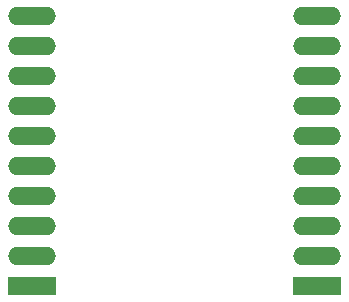
<source format=gtp>
G04 (created by PCBNEW-RS274X (2012-01-19 BZR 3256)-stable) date 20/09/2012 17:26:11*
G01*
G70*
G90*
%MOIN*%
G04 Gerber Fmt 3.4, Leading zero omitted, Abs format*
%FSLAX34Y34*%
G04 APERTURE LIST*
%ADD10C,0.006000*%
%ADD11R,0.160000X0.060000*%
%ADD12O,0.160000X0.060000*%
G04 APERTURE END LIST*
G54D10*
G54D11*
X85000Y-64500D03*
G54D12*
X85000Y-63500D03*
X85000Y-62500D03*
X85000Y-61500D03*
X85000Y-60500D03*
X85000Y-59500D03*
X85000Y-58500D03*
X85000Y-57500D03*
X85000Y-56500D03*
X85000Y-55500D03*
G54D11*
X94500Y-64500D03*
G54D12*
X94500Y-63500D03*
X94500Y-62500D03*
X94500Y-61500D03*
X94500Y-60500D03*
X94500Y-59500D03*
X94500Y-58500D03*
X94500Y-57500D03*
X94500Y-56500D03*
X94500Y-55500D03*
M02*

</source>
